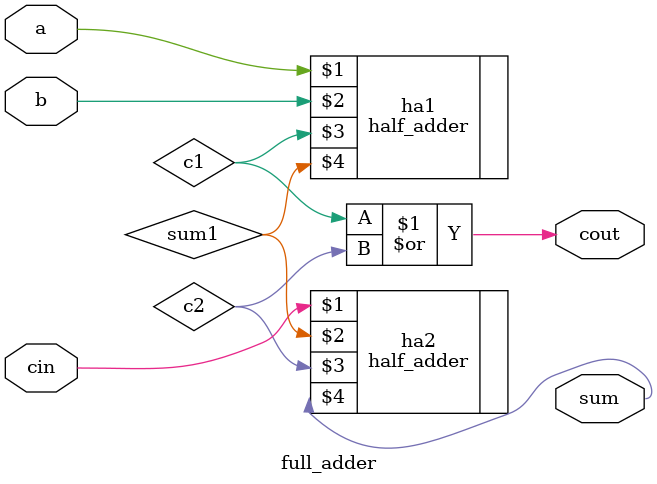
<source format=sv>
`include "half_adder.sv"

module full_adder (input a,b,cin, output cout, sum);
  
  logic c1, c2, sum1;
  
  half_adder ha1(a,b, c1, sum1);
  half_adder ha2(cin, sum1, c2, sum);
  
  assign cout = c1 | c2;
  
endmodule
</source>
